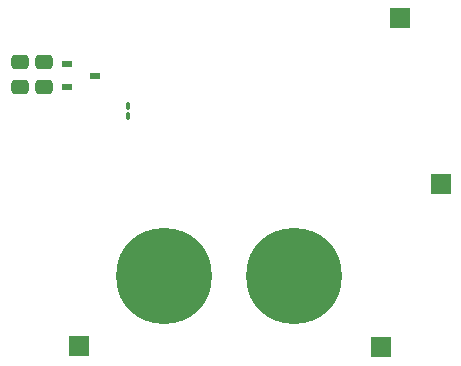
<source format=gbr>
%TF.GenerationSoftware,KiCad,Pcbnew,9.0.1*%
%TF.CreationDate,2025-11-16T17:24:42-08:00*%
%TF.ProjectId,Si-LTC7800,53692d4c-5443-4373-9830-302e6b696361,rev?*%
%TF.SameCoordinates,Original*%
%TF.FileFunction,Soldermask,Bot*%
%TF.FilePolarity,Negative*%
%FSLAX46Y46*%
G04 Gerber Fmt 4.6, Leading zero omitted, Abs format (unit mm)*
G04 Created by KiCad (PCBNEW 9.0.1) date 2025-11-16 17:24:42*
%MOMM*%
%LPD*%
G01*
G04 APERTURE LIST*
G04 Aperture macros list*
%AMRoundRect*
0 Rectangle with rounded corners*
0 $1 Rounding radius*
0 $2 $3 $4 $5 $6 $7 $8 $9 X,Y pos of 4 corners*
0 Add a 4 corners polygon primitive as box body*
4,1,4,$2,$3,$4,$5,$6,$7,$8,$9,$2,$3,0*
0 Add four circle primitives for the rounded corners*
1,1,$1+$1,$2,$3*
1,1,$1+$1,$4,$5*
1,1,$1+$1,$6,$7*
1,1,$1+$1,$8,$9*
0 Add four rect primitives between the rounded corners*
20,1,$1+$1,$2,$3,$4,$5,0*
20,1,$1+$1,$4,$5,$6,$7,0*
20,1,$1+$1,$6,$7,$8,$9,0*
20,1,$1+$1,$8,$9,$2,$3,0*%
G04 Aperture macros list end*
%ADD10C,8.115000*%
%ADD11R,1.700000X1.700000*%
%ADD12RoundRect,0.250000X-0.475000X0.337500X-0.475000X-0.337500X0.475000X-0.337500X0.475000X0.337500X0*%
%ADD13RoundRect,0.250000X0.475000X-0.337500X0.475000X0.337500X-0.475000X0.337500X-0.475000X-0.337500X0*%
%ADD14R,0.850000X0.600000*%
%ADD15RoundRect,0.100000X0.100000X-0.217500X0.100000X0.217500X-0.100000X0.217500X-0.100000X-0.217500X0*%
G04 APERTURE END LIST*
D10*
%TO.C,VSource_IN1*%
X137000000Y-148000000D03*
%TD*%
D11*
%TO.C,VOUT1*%
X156982531Y-126142225D03*
%TD*%
%TO.C,TP_VIN1*%
X129801819Y-153856766D03*
%TD*%
D10*
%TO.C,VSource_GND1*%
X148000000Y-148000000D03*
%TD*%
D11*
%TO.C,GND1*%
X160447591Y-140176070D03*
%TD*%
%TO.C,TP_VIN2*%
X155365514Y-153989340D03*
%TD*%
D12*
%TO.C,C2*%
X126847879Y-129879050D03*
X126847879Y-131954050D03*
%TD*%
D13*
%TO.C,C2_EX1*%
X124802858Y-131944038D03*
X124802858Y-129869038D03*
%TD*%
D14*
%TO.C,D1*%
X128850000Y-131950000D03*
X128850000Y-130050000D03*
X131150000Y-131000000D03*
%TD*%
D15*
%TO.C,R1*%
X133966857Y-134400781D03*
X133966857Y-133585781D03*
%TD*%
M02*

</source>
